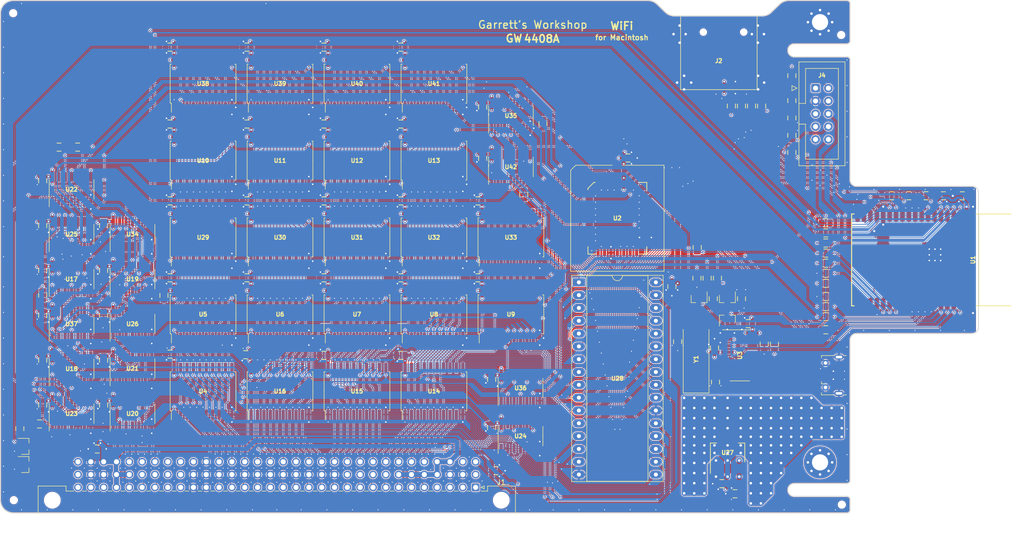
<source format=kicad_pcb>
(kicad_pcb (version 20211014) (generator pcbnew)

  (general
    (thickness 1.6)
  )

  (paper "A4")
  (layers
    (0 "F.Cu" signal)
    (1 "In1.Cu" power)
    (2 "In2.Cu" power)
    (31 "B.Cu" signal)
    (32 "B.Adhes" user "B.Adhesive")
    (33 "F.Adhes" user "F.Adhesive")
    (34 "B.Paste" user)
    (35 "F.Paste" user)
    (36 "B.SilkS" user "B.Silkscreen")
    (37 "F.SilkS" user "F.Silkscreen")
    (38 "B.Mask" user)
    (39 "F.Mask" user)
    (40 "Dwgs.User" user "User.Drawings")
    (41 "Cmts.User" user "User.Comments")
    (42 "Eco1.User" user "User.Eco1")
    (43 "Eco2.User" user "User.Eco2")
    (44 "Edge.Cuts" user)
    (45 "Margin" user)
    (46 "B.CrtYd" user "B.Courtyard")
    (47 "F.CrtYd" user "F.Courtyard")
    (48 "B.Fab" user)
    (49 "F.Fab" user)
  )

  (setup
    (pad_to_mask_clearance 0)
    (pcbplotparams
      (layerselection 0x00010fc_ffffffff)
      (disableapertmacros false)
      (usegerberextensions true)
      (usegerberattributes false)
      (usegerberadvancedattributes false)
      (creategerberjobfile false)
      (svguseinch false)
      (svgprecision 6)
      (excludeedgelayer true)
      (plotframeref false)
      (viasonmask false)
      (mode 1)
      (useauxorigin false)
      (hpglpennumber 1)
      (hpglpenspeed 20)
      (hpglpendiameter 15.000000)
      (dxfpolygonmode true)
      (dxfimperialunits true)
      (dxfusepcbnewfont true)
      (psnegative false)
      (psa4output false)
      (plotreference true)
      (plotvalue true)
      (plotinvisibletext false)
      (sketchpadsonfab false)
      (subtractmaskfromsilk true)
      (outputformat 1)
      (mirror false)
      (drillshape 0)
      (scaleselection 1)
      (outputdirectory "gerber/")
    )
  )

  (net 0 "")
  (net 1 "Net-(C1-Pad1)")
  (net 2 "GND")
  (net 3 "Net-(C2-Pad1)")
  (net 4 "unconnected-(J1-PadA1)")
  (net 5 "/MISOr")
  (net 6 "Net-(J2-Pad5)")
  (net 7 "+3V3")
  (net 8 "Net-(J2-Pad3)")
  (net 9 "Net-(J2-Pad2)")
  (net 10 "unconnected-(J1-PadA2)")
  (net 11 "/DETr")
  (net 12 "unconnected-(J1-PadA3)")
  (net 13 "unconnected-(J1-PadA4)")
  (net 14 "/ESP32/~{TRST}")
  (net 15 "/ESP32/TMS")
  (net 16 "Net-(J4-Pad4)")
  (net 17 "/ESP32/TDO")
  (net 18 "/ESP32/TDI")
  (net 19 "/ESP32/~{SRST}")
  (net 20 "Net-(Q1-Pad1)")
  (net 21 "/ESP32/RTS")
  (net 22 "/ESP32/EN")
  (net 23 "/ESP32/IO0")
  (net 24 "/ESP32/DTR")
  (net 25 "Net-(Q2-Pad1)")
  (net 26 "/MOSI")
  (net 27 "/S~{CS}")
  (net 28 "/SCK")
  (net 29 "/MISO")
  (net 30 "/DET")
  (net 31 "/BusControl/~{CLK}")
  (net 32 "/AddrLatch/~{AD}23")
  (net 33 "/BusControl/BDIR")
  (net 34 "/BusControl/ACK-2")
  (net 35 "/AddrLatch/ACLK")
  (net 36 "/ESP32/TCK")
  (net 37 "/ESP32/IO2")
  (net 38 "Net-(R18-Pad2)")
  (net 39 "/ROM/RD0")
  (net 40 "/ROM/RD1")
  (net 41 "/ROM/RD2")
  (net 42 "/ROM/RD3")
  (net 43 "/ROM/RD4")
  (net 44 "/ROM/RD5")
  (net 45 "/ROM/RD6")
  (net 46 "/ROM/RD7")
  (net 47 "+5V")
  (net 48 "/ESP32/DBG_RX")
  (net 49 "/ESP32/DBG_TX")
  (net 50 "/ESP32/D+")
  (net 51 "/ESP32/D-")
  (net 52 "/AddrLatch/~{AD}25")
  (net 53 "/AddrLatch/~{AD}27")
  (net 54 "/AddrLatch/~{AD}29")
  (net 55 "/AddrLatch/~{AD}31")
  (net 56 "/DataReg/Q31")
  (net 57 "unconnected-(J1-PadA24)")
  (net 58 "/BusControl/REG~{WE}")
  (net 59 "/AddrLatch/~{AD}4")
  (net 60 "/AddrLatch/~{AD}5")
  (net 61 "/AddrLatch/~{AD}6")
  (net 62 "/AddrLatch/~{AD}7")
  (net 63 "/DataReg/Q23")
  (net 64 "/AddrLatch/~{AD}0")
  (net 65 "/AddrLatch/~{AD}1")
  (net 66 "/AddrLatch/~{AD}2")
  (net 67 "/AddrLatch/~{AD}3")
  (net 68 "/AddrLatch/~{AD}11")
  (net 69 "/AddrLatch/~{AD}10")
  (net 70 "/AddrLatch/~{AD}9")
  (net 71 "/AddrLatch/~{AD}8")
  (net 72 "/DataReg/Q15")
  (net 73 "/AddrLatch/~{AD}15")
  (net 74 "/AddrLatch/~{AD}14")
  (net 75 "/AddrLatch/~{AD}13")
  (net 76 "/AddrLatch/~{AD}12")
  (net 77 "/AddrLatch/~{AD}20")
  (net 78 "/AddrLatch/~{AD}21")
  (net 79 "/DataReg/Q7")
  (net 80 "/AddrLatch/~{AD}16")
  (net 81 "/AddrLatch/~{AD}17")
  (net 82 "/AddrLatch/~{AD}18")
  (net 83 "/AddrLatch/~{AD}19")
  (net 84 "unconnected-(J1-PadA25)")
  (net 85 "unconnected-(J1-PadA30)")
  (net 86 "unconnected-(J1-PadA32)")
  (net 87 "unconnected-(J1-PadB1)")
  (net 88 "unconnected-(J1-PadB8)")
  (net 89 "unconnected-(J1-PadB9)")
  (net 90 "unconnected-(J1-PadB10)")
  (net 91 "unconnected-(J1-PadB11)")
  (net 92 "unconnected-(J1-PadB24)")
  (net 93 "/BusControl/REG~{OE}")
  (net 94 "/BusControl/~{ACK}-2")
  (net 95 "/BusControl/ACK-1")
  (net 96 "/BusControl/~{ACK}-1")
  (net 97 "/BusControl/~{CSTART}")
  (net 98 "unconnected-(J1-PadB25)")
  (net 99 "/BusControl/ACK-0")
  (net 100 "/CtrlStatReg/~{RES}")
  (net 101 "Net-(U20-Pad3)")
  (net 102 "/BusControl/~{ID}2")
  (net 103 "/BusControl/~{ID}3")
  (net 104 "Net-(U20-Pad11)")
  (net 105 "/BusControl/~{ID}1")
  (net 106 "Net-(U20-Pad6)")
  (net 107 "Net-(U20-Pad8)")
  (net 108 "/BusControl/~{ID}0")
  (net 109 "/BusControl/~{CSEL}")
  (net 110 "/BusControl/~{START}ACK")
  (net 111 "/BusControl/~{START}")
  (net 112 "/BusControl/START")
  (net 113 "/BusControl/~{WE}")
  (net 114 "/BusControl/~{OE}")
  (net 115 "/DataReg/MISO")
  (net 116 "/BusControl/~{ACK}")
  (net 117 "/BusControl/LA19")
  (net 118 "/AddrLatch/~{TM}0")
  (net 119 "/AddrLatch/~{TM}1")
  (net 120 "unconnected-(J1-PadB26)")
  (net 121 "unconnected-(J1-PadB27)")
  (net 122 "unconnected-(J1-PadB32)")
  (net 123 "unconnected-(J1-PadC2)")
  (net 124 "/AddrLatch/~{AD}22")
  (net 125 "/AddrLatch/~{AD}24")
  (net 126 "/AddrLatch/~{AD}26")
  (net 127 "/AddrLatch/~{AD}28")
  (net 128 "/AddrLatch/~{AD}30")
  (net 129 "unconnected-(J1-PadC23)")
  (net 130 "unconnected-(J1-PadC24)")
  (net 131 "unconnected-(J1-PadC25)")
  (net 132 "/AddrLatch/~{AD}[31..0]")
  (net 133 "unconnected-(J2-Pad1)")
  (net 134 "unconnected-(J2-Pad8)")
  (net 135 "unconnected-(J3-Pad1)")
  (net 136 "unconnected-(J3-Pad2)")
  (net 137 "unconnected-(J3-Pad3)")
  (net 138 "unconnected-(J3-Pad4)")
  (net 139 "unconnected-(J4-Pad5)")
  (net 140 "unconnected-(J4-Pad7)")
  (net 141 "/AddrLatch/L~{A}7")
  (net 142 "/AddrLatch/L~{A}6")
  (net 143 "/AddrLatch/L~{A}5")
  (net 144 "/AddrLatch/L~{A}4")
  (net 145 "/AddrLatch/L~{A}3")
  (net 146 "/AddrLatch/L~{A}2")
  (net 147 "/AddrLatch/L~{A}1")
  (net 148 "/AddrLatch/L~{A}0")
  (net 149 "/AddrLatch/L~{A}15")
  (net 150 "/AddrLatch/L~{A}14")
  (net 151 "/AddrLatch/L~{A}13")
  (net 152 "/AddrLatch/L~{A}12")
  (net 153 "/AddrLatch/L~{A}11")
  (net 154 "/AddrLatch/L~{A}10")
  (net 155 "/AddrLatch/L~{A}9")
  (net 156 "/AddrLatch/L~{A}8")
  (net 157 "/AddrLatch/L~{A}16")
  (net 158 "/AddrLatch/L~{A}17")
  (net 159 "/AddrLatch/L~{A}18")
  (net 160 "/AddrLatch/L~{A}19")
  (net 161 "/AddrLatch/L~{A}20")
  (net 162 "/AddrLatch/L~{A}21")
  (net 163 "/AddrLatch/L~{TM}1")
  (net 164 "/AddrLatch/L~{TM}0")
  (net 165 "/DataReg/SCK")
  (net 166 "/DataReg/~{CS}")
  (net 167 "unconnected-(U1-Pad7)")
  (net 168 "unconnected-(U1-Pad17)")
  (net 169 "unconnected-(U1-Pad18)")
  (net 170 "unconnected-(U1-Pad19)")
  (net 171 "unconnected-(U1-Pad20)")
  (net 172 "unconnected-(U1-Pad21)")
  (net 173 "unconnected-(U1-Pad22)")
  (net 174 "unconnected-(U1-Pad27)")
  (net 175 "unconnected-(U1-Pad28)")
  (net 176 "/BusControl/~{CLK}r")
  (net 177 "Net-(Q4-Pad1)")
  (net 178 "/ESP32/IRQ")
  (net 179 "unconnected-(U1-Pad32)")
  (net 180 "Net-(Q3-Pad1)")
  (net 181 "/CtrlStatReg/ESP_~{EN}")
  (net 182 "/BusControl/ROM~{WE}")
  (net 183 "unconnected-(U3-Pad9)")
  (net 184 "/DataReg/Q33")
  (net 185 "/DataReg/Q34")
  (net 186 "/DataReg/Q35")
  (net 187 "/DataReg/Q36")
  (net 188 "/DataReg/Q37")
  (net 189 "/DataReg/Q38")
  (net 190 "/DataReg/Q39")
  (net 191 "/DataReg/Q32")
  (net 192 "/DataReg/Q30")
  (net 193 "/DataReg/Q29")
  (net 194 "/DataReg/Q28")
  (net 195 "/DataReg/Q27")
  (net 196 "/DataReg/Q26")
  (net 197 "/DataReg/Q25")
  (net 198 "/DataReg/Q17")
  (net 199 "/DataReg/Q18")
  (net 200 "/DataReg/Q19")
  (net 201 "/DataReg/Q20")
  (net 202 "/DataReg/Q21")
  (net 203 "/DataReg/Q22")
  (net 204 "/DataReg/Q24")
  (net 205 "/DataReg/Q16")
  (net 206 "/DataReg/Q14")
  (net 207 "/DataReg/Q13")
  (net 208 "/DataReg/Q12")
  (net 209 "/DataReg/Q11")
  (net 210 "/DataReg/Q10")
  (net 211 "/DataReg/Q9")
  (net 212 "/DataReg/Q1")
  (net 213 "/DataReg/Q2")
  (net 214 "/DataReg/Q3")
  (net 215 "/DataReg/Q4")
  (net 216 "/DataReg/Q5")
  (net 217 "/DataReg/Q6")
  (net 218 "/DataReg/Q8")
  (net 219 "/CtrlStatReg/~{RDREQ}N")
  (net 220 "/CtrlStatReg/~{WRREQ}N")
  (net 221 "unconnected-(U3-Pad10)")
  (net 222 "unconnected-(U3-Pad11)")
  (net 223 "/CtrlStatReg/~{NMRQ}")
  (net 224 "Net-(Q5-Pad1)")
  (net 225 "Net-(R31-Pad2)")
  (net 226 "Net-(R32-Pad2)")
  (net 227 "/CtrlStatReg/~{RDREQ}")
  (net 228 "Net-(U21-Pad10)")
  (net 229 "Net-(U23-Pad9)")
  (net 230 "/CtrlStatReg/WRREQ")
  (net 231 "/CtrlStatReg/~{WRREQ}")
  (net 232 "/CtrlStatReg/WR~{IE}")
  (net 233 "unconnected-(U3-Pad12)")
  (net 234 "/CtrlStatReg/RD~{IE}")
  (net 235 "Net-(U21-Pad6)")
  (net 236 "/BusControl/~{ACK}-0")
  (net 237 "unconnected-(U18-Pad8)")
  (net 238 "unconnected-(U18-Pad9)")
  (net 239 "unconnected-(U18-Pad10)")
  (net 240 "Net-(U19-Pad1)")
  (net 241 "unconnected-(U18-Pad11)")
  (net 242 "unconnected-(U18-Pad12)")
  (net 243 "unconnected-(U18-Pad13)")
  (net 244 "Net-(R9-Pad1)")
  (net 245 "Net-(R9-Pad2)")
  (net 246 "/DataReg/MOSI")
  (net 247 "/CtrlStatReg/RDCLK")
  (net 248 "/CtrlStatReg/WRCLK")
  (net 249 "/DataReg/RQ0")
  (net 250 "/DataReg/RQ1")
  (net 251 "/DataReg/RQ2")
  (net 252 "/DataReg/RQ3")
  (net 253 "/DataReg/RQ4")
  (net 254 "/DataReg/RQ5")
  (net 255 "/DataReg/RQ6")
  (net 256 "/DataReg/RQ7")
  (net 257 "/DataReg/RQ15")
  (net 258 "/DataReg/RQ14")
  (net 259 "/DataReg/RQ13")
  (net 260 "/DataReg/RQ12")
  (net 261 "/DataReg/RQ11")
  (net 262 "/DataReg/RQ10")
  (net 263 "/DataReg/RQ9")
  (net 264 "/DataReg/RQ8")
  (net 265 "/DataReg/RQ16")
  (net 266 "/DataReg/RQ17")
  (net 267 "/DataReg/RQ18")
  (net 268 "/DataReg/RQ19")
  (net 269 "/DataReg/RQ20")
  (net 270 "/DataReg/RQ21")
  (net 271 "/DataReg/RQ22")
  (net 272 "/DataReg/RQ23")
  (net 273 "/DataReg/RQ31")
  (net 274 "/DataReg/RQ30")
  (net 275 "/DataReg/RQ29")
  (net 276 "/DataReg/RQ28")
  (net 277 "/DataReg/RQ27")
  (net 278 "/DataReg/RQ26")
  (net 279 "/DataReg/RQ25")
  (net 280 "/DataReg/RQ24")
  (net 281 "Net-(R37-Pad2)")
  (net 282 "Net-(U33-Pad12)")
  (net 283 "Net-(U38-Pad2)")
  (net 284 "Net-(U38-Pad11)")
  (net 285 "Net-(R25-Pad1)")
  (net 286 "Net-(R26-Pad1)")
  (net 287 "Net-(R33-Pad1)")
  (net 288 "unconnected-(U19-Pad9)")
  (net 289 "/DataReg/P~{OE}")
  (net 290 "unconnected-(U35-Pad9)")
  (net 291 "unconnected-(U36-Pad5)")
  (net 292 "unconnected-(U36-Pad9)")
  (net 293 "unconnected-(U37-Pad6)")
  (net 294 "unconnected-(U37-Pad8)")

  (footprint "stdpads:SOIC-14_3.9mm" (layer "F.Cu") (at 82.55 108.585))

  (footprint "Connector_IDC:IDC-Header_2x05_P2.54mm_Vertical" (layer "F.Cu") (at 229.87 52.959))

  (footprint "stdpads:ESP32-WROVER_WROOM-32_WROVER" (layer "F.Cu") (at 255.778 86.995 180))

  (footprint "stdpads:R_0805" (layer "F.Cu") (at 225.171 62.296 90))

  (footprint "stdpads:R_0805" (layer "F.Cu") (at 231.9 81.65))

  (footprint "stdpads:R_0805" (layer "F.Cu") (at 231.9 100.85 180))

  (footprint "stdpads:C_0805" (layer "F.Cu") (at 166.585 128.778))

  (footprint "stdpads:R_0805" (layer "F.Cu") (at 83.759 64.643))

  (footprint "stdpads:DIN41612_R_3x32_Male_Horizontal_THT" (layer "F.Cu") (at 162.56 132.08 180))

  (footprint "Package_DIP:DIP-32_W15.24mm_Socket_LongPads" (layer "F.Cu") (at 183.007 91.44))

  (footprint "stdpads:C_0805" (layer "F.Cu") (at 76.835 98.005 -90))

  (footprint "stdpads:C_0805" (layer "F.Cu") (at 76.835 89.115 -90))

  (footprint "stdpads:C_0805" (layer "F.Cu") (at 147.74 44.831 180))

  (footprint "stdpads:SOIC-20W_7.5mm" (layer "F.Cu") (at 123.825 113.03))

  (footprint "stdpads:C_0805" (layer "F.Cu") (at 162.98 90.551 180))

  (footprint "stdpads:C_0805" (layer "F.Cu") (at 162.98 75.311 180))

  (footprint "stdpads:SOIC-20W_7.5mm" (layer "F.Cu") (at 108.585 82.55))

  (footprint "stdpads:SOIC-20W_7.5mm" (layer "F.Cu") (at 108.585 113.03))

  (footprint "stdpads:SOIC-20W_7.5mm" (layer "F.Cu") (at 169.545 82.55))

  (footprint "stdpads:R_0805" (layer "F.Cu") (at 231.9 98.25 180))

  (footprint "stdpads:SOIC-14_3.9mm" (layer "F.Cu") (at 82.55 117.475))

  (footprint "stdpads:MountingHole_3.2mm_M3_Pad_Via" (layer "F.Cu") (at 230.759 127.127))

  (footprint "stdpads:SOIC-14_3.9mm" (layer "F.Cu") (at 169.545 58.42))

  (footprint "stdpads:C_0805" (layer "F.Cu") (at 163.957 66.89 -90))

  (footprint "stdpads:SOIC-14_3.9mm" (layer "F.Cu") (at 169.545 68.58))

  (footprint "stdpads:SOIC-20W_7.5mm" (layer "F.Cu") (at 154.305 113.03))

  (footprint "stdpads:C_0805" (layer "F.Cu") (at 163.957 56.73 -90))

  (footprint "stdpads:C_0805" (layer "F.Cu") (at 192.747 66.802))

  (footprint "stdpads:C_0805" (layer "F.Cu") (at 87.63 124.46 180))

  (footprint "stdpads:SOIC-20W_7.5mm" (layer "F.Cu")
    (tedit 5FDA0195) (tstamp 00000000-0000-0000-0000-000061a77743)
    (at 139.065 67.31)
    (descr "SOIC, 20 Pin (JEDEC MS-013AC, https://www.analog.com/media/en/package-pcb-resources/package/233848rw_20.pdf), generated with kicad-footprint-generator ipc_gullwing_generator.py")
    (tags "SOIC SO")
    (property "LCSC Part" "C6097")
    (property "Sheetfile" "DataReg.kicad_sch")
    (property "Sheetname" "DataReg")
    (path "/00000000-0000-0000-0000-000061c6168c/00000000-0000-0000-0000-000061e4a2e3")
    (solder_mask_margin 0.05)
    (solder_paste_margin -0.025)
    (attr smd)
    (fp_text reference "U12" (at 0 0 180) (layer "F.Fab")
      (effects (font (size 0.8128 0.8128) (thickness 0.2032)))
      (tstamp f0f06ae3-1e13-44be-bb4c-cd708e56fb43)
    )
    (fp_text value "74LVC574AD" (at 0 1.27 180) (layer "F.Fab")
      (effects (font (size 0.8128 0.8128) (thickness 0.2032)))
      (tstamp 502a5913-ee24-401f-9f1a-9d3a372ca6ac)
    )
    (fp_text user "${REFERENCE}" (at 0 0 180) (layer "F.SilkS")
      (effects (font (size 0.8128 0.8128) (thickness 0.2032)))
      (tstamp da72a49f-1d98-4ec6-a8da-2d113d494eac)
    )
    (fp_line (start 6.51 0) (end 6.51 3.86) (layer "F.SilkS") (width 0.12) (tstamp 0471630c-6e2d-4993-a721-ad6b31523ea6))
    (fp_line (start 6.51 -3.86) (end 6.275 -3.86) (layer "F.SilkS") (width 0.12) (tstamp 1b39aee1-14bb-4f57-949c-af5946eea388))
    (fp_line (start -6.51 3.86) (end -6.275 3.86) (layer "F.SilkS") (width 0.12) (tstamp 3f337261-bd0b-4a3c-af5d-41e4f20b8d2b))
    (fp_line (start -6.275 3.86) (end -6.275 5.675) (layer "F.SilkS") (width 0.12) (tstamp 89b4a707-c1ed-4546-9194-77a5268f4f37))
    (fp_line (start -6.51 0) (end -6.51 -3.86) (layer "F.SilkS") (width 0.12) (tstamp bfdd06e2-88b3-46c3-90e9-61feb9373e52))
    (fp_line (start 6.51 3.86) (end 6.275 3.86) (layer "F.SilkS") (width 0.12) (tstamp c28a02b8-543d-4b71-94f5-b4f7fb82f2a4))
    (fp_line (start 6.51 0) (end 6.51 -3.86) (layer "F.SilkS") (width 0.12) (tstamp cbe5ee8f-62c2-4029-9056-b2f9e38d44f7))
    (fp_line (start -6.51 -3.86) (end -6.275 -3.86) (layer "F.SilkS") (width 0.12) (tstamp e55179bd-83e9-4012-8409-5f9273ff012b))
    (fp_line (start -6.51 0) (end -6.51 3.86) (layer "F.SilkS") (width 0.12) (tstamp e5d566b5-604a-4348-bb23-43d85bcaf394))
    (fp_line (start -6.65 -5.93) (end -6.65 5.93) (layer "F.CrtYd") (width 0.05) (tstamp 73a6877f-e142-4c8a-9931-2019ad27bde0))
    (fp_line (start -6.65 5.93) (end 6.65 5.93) (layer "F.CrtYd") (width 0.05) (tstamp 89c5080f-2ff3-46dd-9810-2d1cc5f0678f))
    (fp_line (start 6.65 5.93) (end 6.65 -5.93) (layer "F.CrtYd") (width 0.05) (tstamp a0f7b4f1-b832-4e8c-a8da-e907a365d7c9))
    (fp_line (start 6.65 -5.93) (end -6.65 -5.93) (layer "F.CrtYd") (width 0.05) (tstamp d462d3d3-f72d-4da5-ba63-9581787e3cbc))
    (fp_line (start 6.4 3.75) (end -5.4 3.75) (layer "F.Fab") (width 0.1) (tstamp 5c99a6ab-e247-47b9-aa50-cb98a25ea96f))
    (fp_line (start -6.4 2.75) (end -6.4 -3.75) (layer "F.Fab") (width 0.1) (tstamp 6eb210e6-2a55-4bbe-b437-8097f6ba8718))
    (fp_line (start -6.4 -3.75) (end 6.4 -3.75) (layer "F.Fab") (width 0.1) (tstamp 70335fd6-e8f4-4775-9886-57d960327617))
    (fp_line (start 6.4 -3.75) (end 6.4 3.75) (layer "F.Fab") (width 0.1) (tstamp 89a0ce78-20ea-4c37-a2a1-821844b77b5d))
    (fp_line (start -5.4 3.75) (end -6.4 2.75) (layer "F.Fab") (width 0.1) (tstamp a6891bb5-a357-4c05-8e0e-ce8ff96bc5b7))
    (pad "1" smd roundrect locked (at -5.715 4.65 90) (size 2.05 0.6) (layers "F.Cu" "F.Paste" "F.Mask") (roundrect_rratio 0.25)
      (net 93 "/BusControl/REG~{OE}") (pinfunction "~{OE}") (pintype "input") (tstamp f0cd2f6a-13e3-4422-92eb-7464963ad5dd))
    (pad "2" smd roundrect locked (at -4.445 4.65 90) (size 2.05 0.6) (layers "F.Cu" "F.Paste" "F.Mask") (roundrect_rratio 0.25)
      (net 265 "/DataReg/RQ16") (pinfunction "D0") (pintype "input") (tstamp a33d6ff6-9fb4-476d-9789-fc72d0c496e1))
    (pad "3" smd roundrect locked (at -3.175 4.65 90) (size 2.05 0.6) (layers "F.Cu" "F.Paste" "F.Mask") (roundrect_rratio 0.25)
      (net 266 "/DataReg/RQ17") (pinfunction "D1") (pintype "input") (tstamp ceff1def-bbe1-4512-a6d7-f3869f052039))
    (pad "4" smd roundrect locked (at -1.905 4.65 90) (size 2.05 0.6) (layers "F.Cu" "F.Paste" "F.Mask") (roundrect_rratio 0.25)
      (net 267 "/DataReg/RQ18") (pinfunction "D2") (pintype "input") (tstamp ddc711b2-fdb3-4db6-9651-a915652253ea))
    (pad "5" smd roundrect locked (at -0.635 4.65 90) (size 2.05 0.6) (layers "F.Cu" "F.Paste" "F.Mask") (roundrect_rratio 0.25)
      (net 268 "/DataReg/RQ19") (pinfunction "D3") (pintype "input") (tstamp cb813e4c-244c-4fbf-8ac1-5fe6dbc85f33))
    (pad "6" smd roundrect locked (at 0.635 4.65 90) (size 2.05 0.6) (layers "F.Cu" "F.Paste" "F.Mask") (roundrect_rratio 0.25)
      (net 269 "/DataReg/RQ20") (pinfunction "D4") (pintype "input") (tstamp d51356de-7a08-4f61-8d59-ec2de526438e))
    (pad "7" smd roundrect locked (at 1.905 4.65 90) (size 2.05 0.6) (layers "F.Cu" "F.Paste" "F.Mask") (roundrect_rratio 0.25)
      (net 270 "/DataReg/RQ21") (pinfunction "D5") (pintype "input") (tstamp bff0b23a-b0e0-4363-ad23-b074efcfade9))
    (pad "8" smd roundrect locked (at 3.175 4.65 90) (size 2.05 0.6) (layers "F.Cu" "F.Paste" "F.Mask") (roundrect_rratio 0.25)
      (net 271 "/DataReg/RQ22") (pinfunction "D6") (pintype "input") (tstamp e11d4797-7f79-4589-891b-4c7e75e93830))
    (pad "9" smd roundrect locked (at 4.445 4.65 90) (size 2.05 0.6) (layers "F.Cu" "F.Paste" "F.Mask") (roundrect_rratio 0.25)
      (net 272 "/DataReg/RQ23") (pinfunction "D7") (pintype "input") (tstamp 44d5e0e6-a159-42fd-a0ab-fbb431995d1f))
    (pad "10" smd roundrect locked (at 5.715 4.65 90) (size 2.05 0.6) (layers "F.Cu" "F.Paste" "F.Mask") (roundrect_rratio 0.25)
      (net 2 "GND") (pinfunction "GND") (pintype "power_in") (tstamp 296b25c7-a2d7-4fad-9b50-9dafe3638219))
    (pad "11" smd roundrect locked (at 5.715 -4.65 90) (size 2.05 0.6) (layers "F.Cu" "F.Paste" "F.Mask") (roundrect_rratio 0.25)
      (net 247 "/CtrlStatReg/RDCLK") (pinfunction "CK") (pintype "input") (tstamp 25bf2f4f-f68e-4667-add2-543777a27bc7))
    (pad "12" smd roundrect locked (at 4.445 -4.65 90) (size 2.05 0.6) (layers "F.Cu" "F.Paste" "F.Mask") (roundrect_rratio 0.25)
      (net 71 "/AddrLatch/~{AD}8") (pinfunction "Q7") (pintype "tri_state") (tstamp ed22c653-fec6-4172-a7f0-40c3c4feddc0))
    (pad "13" smd roundrect locked (at 3.175 -4.65 90) (size 2.05 0.6) (layers "F.Cu" "F.Paste" "F.Mask") (roundrect_rratio 0.25)
      (net 70 "/AddrLatch/~{AD}9") (pinfunction "Q6") (pintype "tri_state") (tstamp 34c42ce1-4daa-44ed-9b0d-116fcfc2d0d8))
    (pad "14" smd roundrect locked (at 1.905 -4.65 90) (size 2.05 0.6) (layers "F.Cu" "F.Paste" "F.Mask") (roundrect_rratio 0.25)
      (net 69 "/AddrLatch/~{AD}10") (pinfunction "Q5") (pintype "tri_state") (tstamp ca0485b5-da63-4462-815b-2b1cbe40f6b6))
    (pad "15" smd roundrect locked (at 0.635 -4.65 90) (size 2.05 0.6) (layers "F.Cu" "F.Paste" "F.Mask") (roundrect_rratio 0.25)
      (net 68 "/AddrLatch/~{AD}11") (pinfunction "Q4") (pintype "tri_state") (tstamp 39dd64e4-af0d-4c99-bae8-be8cc86b1cb4))
    (pad "16" smd roundrect locked (at -0.635 -4.65 90) (size 2.05 0.6) (layers "F.Cu" "F.Paste" "F.Mask") (roundrect_rratio 0.25)
      (net 76 "/AddrLatch/~{AD}12") (pinfunction "Q3") (pintype "tri_state") (tstamp 8520d116-3cd8-47fc-8007-e4ded6b6d0ac))
    (pad "17" smd roundrect locked (at -1.905 -4.65 90) (size 2.05 0.6) (layers "F.Cu" "F.Paste" "F.Mask") (roundrect_rratio 0.25)

... [11276831 chars truncated]
</source>
